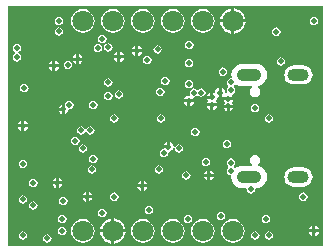
<source format=gbr>
%TF.GenerationSoftware,Altium Limited,Altium Designer,19.0.15 (446)*%
G04 Layer_Physical_Order=3*
G04 Layer_Color=6711008*
%FSLAX45Y45*%
%MOMM*%
%TF.FileFunction,Copper,L3,Inr,Signal*%
%TF.Part,Single*%
G01*
G75*
%TA.AperFunction,ComponentPad*%
%ADD31C,1.80000*%
G04:AMPARAMS|DCode=32|XSize=1mm|YSize=1.8mm|CornerRadius=0.5mm|HoleSize=0mm|Usage=FLASHONLY|Rotation=90.000|XOffset=0mm|YOffset=0mm|HoleType=Round|Shape=RoundedRectangle|*
%AMROUNDEDRECTD32*
21,1,1.00000,0.80000,0,0,90.0*
21,1,0.00000,1.80000,0,0,90.0*
1,1,1.00000,0.40000,0.00000*
1,1,1.00000,0.40000,0.00000*
1,1,1.00000,-0.40000,0.00000*
1,1,1.00000,-0.40000,0.00000*
%
%ADD32ROUNDEDRECTD32*%
G04:AMPARAMS|DCode=33|XSize=1mm|YSize=2.1mm|CornerRadius=0.5mm|HoleSize=0mm|Usage=FLASHONLY|Rotation=90.000|XOffset=0mm|YOffset=0mm|HoleType=Round|Shape=RoundedRectangle|*
%AMROUNDEDRECTD33*
21,1,1.00000,1.10000,0,0,90.0*
21,1,0.00000,2.10000,0,0,90.0*
1,1,1.00000,0.55000,0.00000*
1,1,1.00000,0.55000,0.00000*
1,1,1.00000,-0.55000,0.00000*
1,1,1.00000,-0.55000,0.00000*
%
%ADD33ROUNDEDRECTD33*%
%TA.AperFunction,ViaPad*%
%ADD34C,0.50000*%
G36*
X11938000Y5207000D02*
X9271000D01*
Y7239000D01*
X11938000D01*
Y5207000D01*
D02*
G37*
%LPC*%
G36*
X11188700Y7219260D02*
Y7124700D01*
X11283260D01*
X11281220Y7140193D01*
X11270338Y7166466D01*
X11253026Y7189026D01*
X11230466Y7206338D01*
X11204193Y7217220D01*
X11188700Y7219260D01*
D02*
G37*
G36*
X11163300D02*
X11147807Y7217220D01*
X11121534Y7206338D01*
X11098974Y7189026D01*
X11081662Y7166466D01*
X11070780Y7140193D01*
X11068740Y7124700D01*
X11163300D01*
Y7219260D01*
D02*
G37*
G36*
X11861800Y7147686D02*
X11848144Y7144969D01*
X11836566Y7137234D01*
X11828831Y7125656D01*
X11826114Y7112000D01*
X11828831Y7098344D01*
X11836566Y7086766D01*
X11848144Y7079031D01*
X11861800Y7076314D01*
X11875456Y7079031D01*
X11887034Y7086766D01*
X11894769Y7098344D01*
X11897486Y7112000D01*
X11894769Y7125656D01*
X11887034Y7137234D01*
X11875456Y7144969D01*
X11861800Y7147686D01*
D02*
G37*
G36*
X9702800D02*
X9689144Y7144969D01*
X9677566Y7137234D01*
X9669831Y7125656D01*
X9667114Y7112000D01*
X9669831Y7098344D01*
X9677566Y7086766D01*
X9689144Y7079031D01*
X9702800Y7076314D01*
X9716456Y7079031D01*
X9728034Y7086766D01*
X9735769Y7098344D01*
X9738486Y7112000D01*
X9735769Y7125656D01*
X9728034Y7137234D01*
X9716456Y7144969D01*
X9702800Y7147686D01*
D02*
G37*
G36*
X10922000Y7212863D02*
X10895895Y7209426D01*
X10871569Y7199350D01*
X10850679Y7183321D01*
X10834650Y7162431D01*
X10824574Y7138105D01*
X10821137Y7112000D01*
X10824574Y7085895D01*
X10834650Y7061569D01*
X10850679Y7040679D01*
X10871569Y7024650D01*
X10895895Y7014574D01*
X10922000Y7011137D01*
X10948105Y7014574D01*
X10972431Y7024650D01*
X10993321Y7040679D01*
X11009350Y7061569D01*
X11019426Y7085895D01*
X11022863Y7112000D01*
X11019426Y7138105D01*
X11009350Y7162431D01*
X10993321Y7183321D01*
X10972431Y7199350D01*
X10948105Y7209426D01*
X10922000Y7212863D01*
D02*
G37*
G36*
X10668000D02*
X10641895Y7209426D01*
X10617569Y7199350D01*
X10596679Y7183321D01*
X10580650Y7162431D01*
X10570574Y7138105D01*
X10567137Y7112000D01*
X10570574Y7085895D01*
X10580650Y7061569D01*
X10596679Y7040679D01*
X10617569Y7024650D01*
X10641895Y7014574D01*
X10668000Y7011137D01*
X10694105Y7014574D01*
X10718431Y7024650D01*
X10739321Y7040679D01*
X10755350Y7061569D01*
X10765426Y7085895D01*
X10768863Y7112000D01*
X10765426Y7138105D01*
X10755350Y7162431D01*
X10739321Y7183321D01*
X10718431Y7199350D01*
X10694105Y7209426D01*
X10668000Y7212863D01*
D02*
G37*
G36*
X10414000D02*
X10387895Y7209426D01*
X10363569Y7199350D01*
X10342679Y7183321D01*
X10326650Y7162431D01*
X10316574Y7138105D01*
X10313137Y7112000D01*
X10316574Y7085895D01*
X10326650Y7061569D01*
X10342679Y7040679D01*
X10363569Y7024650D01*
X10387895Y7014574D01*
X10414000Y7011137D01*
X10440105Y7014574D01*
X10464431Y7024650D01*
X10485321Y7040679D01*
X10501350Y7061569D01*
X10511426Y7085895D01*
X10514863Y7112000D01*
X10511426Y7138105D01*
X10501350Y7162431D01*
X10485321Y7183321D01*
X10464431Y7199350D01*
X10440105Y7209426D01*
X10414000Y7212863D01*
D02*
G37*
G36*
X10160000D02*
X10133895Y7209426D01*
X10109569Y7199350D01*
X10088679Y7183321D01*
X10072650Y7162431D01*
X10062574Y7138105D01*
X10059137Y7112000D01*
X10062574Y7085895D01*
X10072650Y7061569D01*
X10088679Y7040679D01*
X10109569Y7024650D01*
X10133895Y7014574D01*
X10160000Y7011137D01*
X10186105Y7014574D01*
X10210431Y7024650D01*
X10231321Y7040679D01*
X10247350Y7061569D01*
X10257426Y7085895D01*
X10260863Y7112000D01*
X10257426Y7138105D01*
X10247350Y7162431D01*
X10231321Y7183321D01*
X10210431Y7199350D01*
X10186105Y7209426D01*
X10160000Y7212863D01*
D02*
G37*
G36*
X9906000D02*
X9879895Y7209426D01*
X9855569Y7199350D01*
X9834679Y7183321D01*
X9818650Y7162431D01*
X9808574Y7138105D01*
X9805137Y7112000D01*
X9808574Y7085895D01*
X9818650Y7061569D01*
X9834679Y7040679D01*
X9855569Y7024650D01*
X9879895Y7014574D01*
X9906000Y7011137D01*
X9932105Y7014574D01*
X9956431Y7024650D01*
X9977321Y7040679D01*
X9993350Y7061569D01*
X10003426Y7085895D01*
X10006863Y7112000D01*
X10003426Y7138105D01*
X9993350Y7162431D01*
X9977321Y7183321D01*
X9956431Y7199350D01*
X9932105Y7209426D01*
X9906000Y7212863D01*
D02*
G37*
G36*
X11283260Y7099300D02*
X11188700D01*
Y7004740D01*
X11204193Y7006780D01*
X11230466Y7017662D01*
X11253026Y7034974D01*
X11270338Y7057534D01*
X11281220Y7083807D01*
X11283260Y7099300D01*
D02*
G37*
G36*
X11163300D02*
X11068740D01*
X11070780Y7083807D01*
X11081662Y7057534D01*
X11098974Y7034974D01*
X11121534Y7017662D01*
X11147807Y7006780D01*
X11163300Y7004740D01*
Y7099300D01*
D02*
G37*
G36*
X9702800Y7058786D02*
X9689144Y7056069D01*
X9677566Y7048334D01*
X9669831Y7036756D01*
X9667114Y7023100D01*
X9669831Y7009444D01*
X9677566Y6997866D01*
X9689144Y6990131D01*
X9702800Y6987414D01*
X9716456Y6990131D01*
X9728034Y6997866D01*
X9735769Y7009444D01*
X9738486Y7023100D01*
X9735769Y7036756D01*
X9728034Y7048334D01*
X9716456Y7056069D01*
X9702800Y7058786D01*
D02*
G37*
G36*
X11544300Y7057286D02*
X11530644Y7054569D01*
X11519066Y7046834D01*
X11511331Y7035256D01*
X11508614Y7021600D01*
X11511331Y7007944D01*
X11519066Y6996367D01*
X11530644Y6988631D01*
X11544300Y6985914D01*
X11557956Y6988631D01*
X11569534Y6996367D01*
X11577269Y7007944D01*
X11579986Y7021600D01*
X11577269Y7035256D01*
X11569534Y7046834D01*
X11557956Y7054569D01*
X11544300Y7057286D01*
D02*
G37*
G36*
X10071100Y6995286D02*
X10057444Y6992569D01*
X10045866Y6984834D01*
X10038131Y6973256D01*
X10035414Y6959600D01*
X10038131Y6945944D01*
X10045866Y6934366D01*
X10057444Y6926631D01*
X10071100Y6923914D01*
X10084756Y6926631D01*
X10096334Y6934366D01*
X10104069Y6945944D01*
X10106786Y6959600D01*
X10104069Y6973256D01*
X10096334Y6984834D01*
X10084756Y6992569D01*
X10071100Y6995286D01*
D02*
G37*
G36*
X10807700Y6944486D02*
X10794044Y6941769D01*
X10782466Y6934034D01*
X10774731Y6922456D01*
X10772014Y6908800D01*
X10774731Y6895144D01*
X10782466Y6883566D01*
X10794044Y6875831D01*
X10807700Y6873114D01*
X10821356Y6875831D01*
X10832934Y6883566D01*
X10840669Y6895144D01*
X10843386Y6908800D01*
X10840669Y6922456D01*
X10832934Y6934034D01*
X10821356Y6941769D01*
X10807700Y6944486D01*
D02*
G37*
G36*
X10375900Y6899316D02*
Y6870700D01*
X10404516D01*
X10403705Y6874778D01*
X10394201Y6889001D01*
X10379978Y6898505D01*
X10375900Y6899316D01*
D02*
G37*
G36*
X10350500D02*
X10346422Y6898505D01*
X10332199Y6889001D01*
X10322695Y6874778D01*
X10321884Y6870700D01*
X10350500D01*
Y6899316D01*
D02*
G37*
G36*
X10121900Y6923690D02*
X10108244Y6920974D01*
X10096666Y6913238D01*
X10088931Y6901661D01*
X10086214Y6888005D01*
X10088931Y6874348D01*
X10096666Y6862771D01*
X10108244Y6855035D01*
X10121900Y6852319D01*
X10135556Y6855035D01*
X10147134Y6862771D01*
X10154869Y6874348D01*
X10157586Y6888005D01*
X10154869Y6901661D01*
X10147134Y6913238D01*
X10135556Y6920974D01*
X10121900Y6923690D01*
D02*
G37*
G36*
X10033000Y6919086D02*
X10019344Y6916369D01*
X10007766Y6908634D01*
X10000031Y6897056D01*
X9997314Y6883400D01*
X10000031Y6869744D01*
X10007766Y6858166D01*
X10019344Y6850431D01*
X10033000Y6847714D01*
X10046656Y6850431D01*
X10058234Y6858166D01*
X10065969Y6869744D01*
X10068686Y6883400D01*
X10065969Y6897056D01*
X10058234Y6908634D01*
X10046656Y6916369D01*
X10033000Y6919086D01*
D02*
G37*
G36*
X10538070Y6906386D02*
X10524413Y6903669D01*
X10512836Y6895934D01*
X10505100Y6884356D01*
X10502384Y6870700D01*
X10505100Y6857044D01*
X10512836Y6845466D01*
X10524413Y6837731D01*
X10538070Y6835014D01*
X10551726Y6837731D01*
X10563303Y6845466D01*
X10571039Y6857044D01*
X10573755Y6870700D01*
X10571039Y6884356D01*
X10563303Y6895934D01*
X10551726Y6903669D01*
X10538070Y6906386D01*
D02*
G37*
G36*
X10223500Y6848516D02*
Y6819900D01*
X10252116D01*
X10251305Y6823978D01*
X10241801Y6838201D01*
X10227578Y6847705D01*
X10223500Y6848516D01*
D02*
G37*
G36*
X10198100D02*
X10194022Y6847705D01*
X10179799Y6838201D01*
X10170295Y6823978D01*
X10169484Y6819900D01*
X10198100D01*
Y6848516D01*
D02*
G37*
G36*
X10404516Y6845300D02*
X10375900D01*
Y6816684D01*
X10379978Y6817495D01*
X10394201Y6826999D01*
X10403705Y6841222D01*
X10404516Y6845300D01*
D02*
G37*
G36*
X10350500D02*
X10321884D01*
X10322695Y6841222D01*
X10332199Y6826999D01*
X10346422Y6817495D01*
X10350500Y6816684D01*
Y6845300D01*
D02*
G37*
G36*
X9873389Y6830327D02*
Y6801711D01*
X9902005D01*
X9901194Y6805789D01*
X9891690Y6820012D01*
X9877467Y6829516D01*
X9873389Y6830327D01*
D02*
G37*
G36*
X9847989D02*
X9843911Y6829516D01*
X9829688Y6820012D01*
X9820184Y6805789D01*
X9819373Y6801711D01*
X9847989D01*
Y6830327D01*
D02*
G37*
G36*
X9347200Y6919086D02*
X9333544Y6916369D01*
X9321966Y6908634D01*
X9314231Y6897056D01*
X9311514Y6883400D01*
X9314231Y6869744D01*
X9321966Y6858166D01*
X9333544Y6850431D01*
X9334506Y6850239D01*
Y6837291D01*
X9333544Y6837099D01*
X9321966Y6829364D01*
X9314231Y6817786D01*
X9311514Y6804130D01*
X9314231Y6790474D01*
X9321966Y6778896D01*
X9333544Y6771161D01*
X9347200Y6768444D01*
X9360856Y6771161D01*
X9372434Y6778896D01*
X9380169Y6790474D01*
X9382886Y6804130D01*
X9380169Y6817786D01*
X9372434Y6829364D01*
X9360856Y6837099D01*
X9359894Y6837291D01*
Y6850239D01*
X9360856Y6850431D01*
X9372434Y6858166D01*
X9380169Y6869744D01*
X9382886Y6883400D01*
X9380169Y6897056D01*
X9372434Y6908634D01*
X9360856Y6916369D01*
X9347200Y6919086D01*
D02*
G37*
G36*
X10252116Y6794500D02*
X10223500D01*
Y6765884D01*
X10227578Y6766695D01*
X10241801Y6776199D01*
X10251305Y6790422D01*
X10252116Y6794500D01*
D02*
G37*
G36*
X10198100D02*
X10169484D01*
X10170295Y6790422D01*
X10179799Y6776199D01*
X10194022Y6766695D01*
X10198100Y6765884D01*
Y6794500D01*
D02*
G37*
G36*
X9902005Y6776311D02*
X9873389D01*
Y6747695D01*
X9877467Y6748506D01*
X9891690Y6758010D01*
X9901194Y6772233D01*
X9902005Y6776311D01*
D02*
G37*
G36*
X9847989D02*
X9819373D01*
X9820184Y6772233D01*
X9829688Y6758010D01*
X9843911Y6748506D01*
X9847989Y6747695D01*
Y6776311D01*
D02*
G37*
G36*
X10452100Y6817486D02*
X10438444Y6814769D01*
X10426866Y6807034D01*
X10419131Y6795456D01*
X10416414Y6781800D01*
X10419131Y6768144D01*
X10426866Y6756566D01*
X10438444Y6748831D01*
X10452100Y6746114D01*
X10465756Y6748831D01*
X10477334Y6756566D01*
X10485069Y6768144D01*
X10487786Y6781800D01*
X10485069Y6795456D01*
X10477334Y6807034D01*
X10465756Y6814769D01*
X10452100Y6817486D01*
D02*
G37*
G36*
X9673957Y6772316D02*
Y6743700D01*
X9702573D01*
X9701762Y6747778D01*
X9692258Y6762001D01*
X9678035Y6771505D01*
X9673957Y6772316D01*
D02*
G37*
G36*
X9648557D02*
X9644480Y6771505D01*
X9630256Y6762001D01*
X9620752Y6747778D01*
X9619941Y6743700D01*
X9648557D01*
Y6772316D01*
D02*
G37*
G36*
X11582400Y6804786D02*
X11568744Y6802069D01*
X11557166Y6794334D01*
X11549431Y6782756D01*
X11546714Y6769100D01*
X11549431Y6755444D01*
X11557166Y6743866D01*
X11568744Y6736131D01*
X11582400Y6733414D01*
X11596056Y6736131D01*
X11607634Y6743866D01*
X11615369Y6755444D01*
X11618086Y6769100D01*
X11615369Y6782756D01*
X11607634Y6794334D01*
X11596056Y6802069D01*
X11582400Y6804786D01*
D02*
G37*
G36*
X10803700Y6792086D02*
X10790044Y6789369D01*
X10778466Y6781634D01*
X10770731Y6770056D01*
X10768014Y6756400D01*
X10770731Y6742744D01*
X10778466Y6731166D01*
X10790044Y6723431D01*
X10803700Y6720714D01*
X10817356Y6723431D01*
X10828934Y6731166D01*
X10836669Y6742744D01*
X10839386Y6756400D01*
X10836669Y6770056D01*
X10828934Y6781634D01*
X10817356Y6789369D01*
X10803700Y6792086D01*
D02*
G37*
G36*
X9779000Y6777331D02*
X9765344Y6774615D01*
X9753766Y6766879D01*
X9746031Y6755302D01*
X9743314Y6741645D01*
X9746031Y6727989D01*
X9753766Y6716412D01*
X9765344Y6708676D01*
X9779000Y6705960D01*
X9792656Y6708676D01*
X9804234Y6716412D01*
X9811969Y6727989D01*
X9814686Y6741645D01*
X9811969Y6755302D01*
X9804234Y6766879D01*
X9792656Y6774615D01*
X9779000Y6777331D01*
D02*
G37*
G36*
X9702573Y6718300D02*
X9673957D01*
Y6689684D01*
X9678035Y6690495D01*
X9692258Y6699999D01*
X9701762Y6714222D01*
X9702573Y6718300D01*
D02*
G37*
G36*
X9648557D02*
X9619941D01*
X9620752Y6714222D01*
X9630256Y6699999D01*
X9644480Y6690495D01*
X9648557Y6689684D01*
Y6718300D01*
D02*
G37*
G36*
X11090000Y6718630D02*
X11076344Y6715914D01*
X11064767Y6708178D01*
X11057031Y6696601D01*
X11054314Y6682944D01*
X11057031Y6669288D01*
X11064767Y6657711D01*
X11076344Y6649975D01*
X11090000Y6647259D01*
X11103656Y6649975D01*
X11115234Y6657711D01*
X11122969Y6669288D01*
X11125686Y6682944D01*
X11122969Y6696601D01*
X11115234Y6708178D01*
X11103656Y6715914D01*
X11090000Y6718630D01*
D02*
G37*
G36*
X11771250Y6735690D02*
X11691250D01*
X11670366Y6732941D01*
X11650905Y6724880D01*
X11634193Y6712056D01*
X11621370Y6695345D01*
X11613309Y6675884D01*
X11610560Y6655000D01*
X11613309Y6634116D01*
X11621370Y6614655D01*
X11634193Y6597943D01*
X11650905Y6585120D01*
X11670366Y6577059D01*
X11691250Y6574310D01*
X11771250D01*
X11792134Y6577059D01*
X11811595Y6585120D01*
X11828306Y6597943D01*
X11841129Y6614655D01*
X11849190Y6634116D01*
X11851940Y6655000D01*
X11849190Y6675884D01*
X11841129Y6695345D01*
X11828306Y6712056D01*
X11811595Y6724880D01*
X11792134Y6732941D01*
X11771250Y6735690D01*
D02*
G37*
G36*
X10604500Y6639686D02*
X10590844Y6636969D01*
X10579266Y6629234D01*
X10571531Y6617656D01*
X10568814Y6604000D01*
X10571531Y6590344D01*
X10579266Y6578766D01*
X10590844Y6571031D01*
X10604500Y6568314D01*
X10618156Y6571031D01*
X10629734Y6578766D01*
X10637469Y6590344D01*
X10640186Y6604000D01*
X10637469Y6617656D01*
X10629734Y6629234D01*
X10618156Y6636969D01*
X10604500Y6639686D01*
D02*
G37*
G36*
X10121900Y6626986D02*
X10108244Y6624269D01*
X10096666Y6616534D01*
X10088931Y6604956D01*
X10086214Y6591300D01*
X10088931Y6577644D01*
X10096666Y6566066D01*
X10108244Y6558331D01*
X10121900Y6555614D01*
X10135556Y6558331D01*
X10147134Y6566066D01*
X10154869Y6577644D01*
X10157586Y6591300D01*
X10154869Y6604956D01*
X10147134Y6616534D01*
X10135556Y6624269D01*
X10121900Y6626986D01*
D02*
G37*
G36*
X10803700Y6614286D02*
X10790044Y6611569D01*
X10778466Y6603834D01*
X10770731Y6592256D01*
X10768014Y6578600D01*
X10770731Y6564944D01*
X10778466Y6553366D01*
X10790044Y6545631D01*
X10803700Y6542914D01*
X10817356Y6545631D01*
X10828934Y6553366D01*
X10836669Y6564944D01*
X10839386Y6578600D01*
X10836669Y6592256D01*
X10828934Y6603834D01*
X10817356Y6611569D01*
X10803700Y6614286D01*
D02*
G37*
G36*
X10909300Y6541854D02*
X10895644Y6539137D01*
X10884066Y6531401D01*
X10883900Y6531153D01*
X10871200D01*
X10871034Y6531401D01*
X10859456Y6539137D01*
X10845800Y6541854D01*
X10832144Y6539137D01*
X10820566Y6531401D01*
X10812831Y6519824D01*
X10810114Y6506168D01*
X10812831Y6492512D01*
X10814862Y6489471D01*
X10807225Y6478041D01*
X10803700Y6478742D01*
X10786922Y6475405D01*
X10772699Y6465901D01*
X10763195Y6451678D01*
X10762384Y6447600D01*
X10845016D01*
X10844205Y6451678D01*
X10839448Y6458797D01*
X10845800Y6470482D01*
X10859456Y6473199D01*
X10871034Y6480934D01*
X10871200Y6481183D01*
X10883900D01*
X10884066Y6480934D01*
X10895644Y6473199D01*
X10909300Y6470482D01*
X10922956Y6473199D01*
X10934534Y6480934D01*
X10942269Y6492512D01*
X10944986Y6506168D01*
X10942269Y6519824D01*
X10934534Y6531401D01*
X10922956Y6539137D01*
X10909300Y6541854D01*
D02*
G37*
G36*
X9410700Y6578686D02*
X9397044Y6575969D01*
X9385466Y6568234D01*
X9377731Y6556656D01*
X9375014Y6543000D01*
X9377731Y6529344D01*
X9385466Y6517766D01*
X9397044Y6510031D01*
X9410700Y6507314D01*
X9424356Y6510031D01*
X9435934Y6517766D01*
X9443669Y6529344D01*
X9446386Y6543000D01*
X9443669Y6556656D01*
X9435934Y6568234D01*
X9424356Y6575969D01*
X9410700Y6578686D01*
D02*
G37*
G36*
X11055100Y6547484D02*
X11051022Y6546673D01*
X11036799Y6537169D01*
X11027295Y6522946D01*
X11025347Y6513151D01*
X11016072Y6505686D01*
X11011847Y6505428D01*
X11010900Y6505616D01*
Y6464300D01*
X10998200D01*
Y6451600D01*
X10956884D01*
X10957695Y6447522D01*
X10967199Y6433299D01*
Y6431801D01*
X10957695Y6417578D01*
X10956884Y6413500D01*
X11039516D01*
X11038705Y6417578D01*
X11029201Y6431801D01*
Y6433299D01*
X11038705Y6447522D01*
X11040653Y6457317D01*
X11049928Y6464782D01*
X11054153Y6465040D01*
X11055100Y6464852D01*
Y6506168D01*
Y6547484D01*
D02*
G37*
G36*
X10985500Y6505616D02*
X10981422Y6504805D01*
X10967199Y6495301D01*
X10957695Y6481078D01*
X10956884Y6477000D01*
X10985500D01*
Y6505616D01*
D02*
G37*
G36*
X10561660Y6547686D02*
X10548004Y6544969D01*
X10536426Y6537234D01*
X10528691Y6525656D01*
X10525974Y6512000D01*
X10528691Y6498344D01*
X10536426Y6486766D01*
X10548004Y6479031D01*
X10561660Y6476314D01*
X10575316Y6479031D01*
X10586893Y6486766D01*
X10594629Y6498344D01*
X10597346Y6512000D01*
X10594629Y6525656D01*
X10586893Y6537234D01*
X10575316Y6544969D01*
X10561660Y6547686D01*
D02*
G37*
G36*
X11368250Y6750819D02*
X11258250D01*
X11233450Y6747554D01*
X11210340Y6737982D01*
X11190496Y6722754D01*
X11175268Y6702910D01*
X11165695Y6679800D01*
X11162431Y6655000D01*
X11164533Y6639033D01*
X11160469Y6628234D01*
X11153962Y6625785D01*
X11146344Y6624269D01*
X11134766Y6616534D01*
X11127031Y6604956D01*
X11124314Y6591300D01*
X11127031Y6577644D01*
X11134766Y6566066D01*
X11135015Y6565900D01*
Y6553200D01*
X11134766Y6553034D01*
X11127031Y6541456D01*
X11124314Y6527800D01*
X11127031Y6514144D01*
X11128050Y6512619D01*
X11123295Y6498661D01*
X11123085Y6498594D01*
X11114080Y6504555D01*
X11111303Y6507875D01*
X11108305Y6522946D01*
X11098801Y6537169D01*
X11084578Y6546673D01*
X11080500Y6547484D01*
Y6506168D01*
Y6464852D01*
X11084578Y6465663D01*
X11086358Y6464300D01*
X11179216D01*
X11178405Y6468378D01*
X11169883Y6481131D01*
X11171145Y6488547D01*
X11173503Y6494800D01*
X11173656Y6494831D01*
X11185234Y6502566D01*
X11192969Y6514144D01*
X11195686Y6527800D01*
X11192969Y6541456D01*
X11185234Y6553034D01*
X11184985Y6553200D01*
Y6565900D01*
X11185234Y6566066D01*
X11189301Y6572154D01*
X11204678Y6576363D01*
X11210340Y6572018D01*
X11233450Y6562445D01*
X11258250Y6559180D01*
X11334503D01*
X11338355Y6546480D01*
X11332609Y6542641D01*
X11323216Y6528583D01*
X11319917Y6512000D01*
X11323216Y6495417D01*
X11332609Y6481359D01*
X11346667Y6471966D01*
X11363250Y6468667D01*
X11379832Y6471966D01*
X11393891Y6481359D01*
X11403284Y6495417D01*
X11406582Y6512000D01*
X11403284Y6528583D01*
X11393891Y6542641D01*
X11385007Y6548577D01*
X11388088Y6561792D01*
X11393050Y6562445D01*
X11416160Y6572018D01*
X11436004Y6587245D01*
X11451232Y6607090D01*
X11460804Y6630200D01*
X11464069Y6655000D01*
X11460804Y6679800D01*
X11451232Y6702910D01*
X11436004Y6722754D01*
X11416160Y6737982D01*
X11393050Y6747554D01*
X11368250Y6750819D01*
D02*
G37*
G36*
X10210800Y6525386D02*
X10197144Y6522669D01*
X10185566Y6514934D01*
X10177831Y6503356D01*
X10175114Y6489700D01*
X10177831Y6476044D01*
X10185566Y6464466D01*
X10197144Y6456731D01*
X10210800Y6454014D01*
X10224456Y6456731D01*
X10236034Y6464466D01*
X10243769Y6476044D01*
X10246486Y6489700D01*
X10243769Y6503356D01*
X10236034Y6514934D01*
X10224456Y6522669D01*
X10210800Y6525386D01*
D02*
G37*
G36*
X10121900Y6512686D02*
X10108244Y6509969D01*
X10096666Y6502234D01*
X10088931Y6490656D01*
X10086214Y6477000D01*
X10088931Y6463344D01*
X10096666Y6451766D01*
X10108244Y6444031D01*
X10121900Y6441314D01*
X10135556Y6444031D01*
X10147134Y6451766D01*
X10154869Y6463344D01*
X10157586Y6477000D01*
X10154869Y6490656D01*
X10147134Y6502234D01*
X10135556Y6509969D01*
X10121900Y6512686D01*
D02*
G37*
G36*
X9791700Y6436486D02*
X9778044Y6433769D01*
X9766466Y6426034D01*
X9758731Y6414456D01*
X9756538Y6403432D01*
X9753600Y6404016D01*
Y6362700D01*
Y6321384D01*
X9757678Y6322195D01*
X9771901Y6331699D01*
X9781405Y6345922D01*
X9782992Y6353898D01*
X9791700Y6365114D01*
X9805356Y6367831D01*
X9816934Y6375566D01*
X9824669Y6387144D01*
X9827386Y6400800D01*
X9824669Y6414456D01*
X9816934Y6426034D01*
X9805356Y6433769D01*
X9791700Y6436486D01*
D02*
G37*
G36*
X11179216Y6438900D02*
X11096584D01*
X11097395Y6434822D01*
X11106899Y6420599D01*
Y6419101D01*
X11097395Y6404878D01*
X11096584Y6400800D01*
X11179216D01*
X11178405Y6404878D01*
X11168901Y6419101D01*
Y6420599D01*
X11178405Y6434822D01*
X11179216Y6438900D01*
D02*
G37*
G36*
X10845016Y6422200D02*
X10816400D01*
Y6393584D01*
X10820478Y6394395D01*
X10834701Y6403899D01*
X10844205Y6418122D01*
X10845016Y6422200D01*
D02*
G37*
G36*
X10791000D02*
X10762384D01*
X10763195Y6418122D01*
X10772699Y6403899D01*
X10786922Y6394395D01*
X10791000Y6393584D01*
Y6422200D01*
D02*
G37*
G36*
X9728200Y6404016D02*
X9724122Y6403205D01*
X9709899Y6393701D01*
X9700395Y6379478D01*
X9699584Y6375400D01*
X9728200D01*
Y6404016D01*
D02*
G37*
G36*
X9994900Y6436486D02*
X9981244Y6433769D01*
X9969666Y6426034D01*
X9961931Y6414456D01*
X9959214Y6400800D01*
X9961931Y6387144D01*
X9969666Y6375566D01*
X9981244Y6367831D01*
X9994900Y6365114D01*
X10008556Y6367831D01*
X10020134Y6375566D01*
X10027869Y6387144D01*
X10030586Y6400800D01*
X10027869Y6414456D01*
X10020134Y6426034D01*
X10008556Y6433769D01*
X9994900Y6436486D01*
D02*
G37*
G36*
X11039516Y6388100D02*
X11010900D01*
Y6359484D01*
X11014978Y6360295D01*
X11029201Y6369799D01*
X11038705Y6384022D01*
X11039516Y6388100D01*
D02*
G37*
G36*
X10985500D02*
X10956884D01*
X10957695Y6384022D01*
X10967199Y6369799D01*
X10981422Y6360295D01*
X10985500Y6359484D01*
Y6388100D01*
D02*
G37*
G36*
X11179216Y6375400D02*
X11150600D01*
Y6346784D01*
X11154678Y6347595D01*
X11168901Y6357099D01*
X11178405Y6371322D01*
X11179216Y6375400D01*
D02*
G37*
G36*
X11125200D02*
X11096584D01*
X11097395Y6371322D01*
X11106899Y6357099D01*
X11121122Y6347595D01*
X11125200Y6346784D01*
Y6375400D01*
D02*
G37*
G36*
X11363250Y6411086D02*
X11349594Y6408369D01*
X11338016Y6400634D01*
X11330281Y6389056D01*
X11327564Y6375400D01*
X11330281Y6361744D01*
X11338016Y6350166D01*
X11349594Y6342431D01*
X11363250Y6339714D01*
X11376906Y6342431D01*
X11388483Y6350166D01*
X11396219Y6361744D01*
X11398936Y6375400D01*
X11396219Y6389056D01*
X11388483Y6400634D01*
X11376906Y6408369D01*
X11363250Y6411086D01*
D02*
G37*
G36*
X9728200Y6350000D02*
X9699584D01*
X9700395Y6345922D01*
X9709899Y6331699D01*
X9724122Y6322195D01*
X9728200Y6321384D01*
Y6350000D01*
D02*
G37*
G36*
X11480800Y6322186D02*
X11467144Y6319469D01*
X11455566Y6311734D01*
X11447831Y6300156D01*
X11445114Y6286500D01*
X11447831Y6272844D01*
X11455566Y6261266D01*
X11467144Y6253531D01*
X11480800Y6250814D01*
X11494456Y6253531D01*
X11506034Y6261266D01*
X11513769Y6272844D01*
X11516486Y6286500D01*
X11513769Y6300156D01*
X11506034Y6311734D01*
X11494456Y6319469D01*
X11480800Y6322186D01*
D02*
G37*
G36*
X10566400D02*
X10552744Y6319469D01*
X10541166Y6311734D01*
X10533431Y6300156D01*
X10530714Y6286500D01*
X10533431Y6272844D01*
X10541166Y6261266D01*
X10552744Y6253531D01*
X10566400Y6250814D01*
X10580056Y6253531D01*
X10591634Y6261266D01*
X10599369Y6272844D01*
X10602086Y6286500D01*
X10599369Y6300156D01*
X10591634Y6311734D01*
X10580056Y6319469D01*
X10566400Y6322186D01*
D02*
G37*
G36*
X10172700D02*
X10159044Y6319469D01*
X10147466Y6311734D01*
X10139731Y6300156D01*
X10137014Y6286500D01*
X10139731Y6272844D01*
X10147466Y6261266D01*
X10159044Y6253531D01*
X10172700Y6250814D01*
X10186356Y6253531D01*
X10197934Y6261266D01*
X10205669Y6272844D01*
X10208386Y6286500D01*
X10205669Y6300156D01*
X10197934Y6311734D01*
X10186356Y6319469D01*
X10172700Y6322186D01*
D02*
G37*
G36*
X9410700Y6264316D02*
Y6235700D01*
X9439316D01*
X9438505Y6239778D01*
X9429001Y6254001D01*
X9414778Y6263505D01*
X9410700Y6264316D01*
D02*
G37*
G36*
X9385300D02*
X9381222Y6263505D01*
X9366999Y6254001D01*
X9357495Y6239778D01*
X9356684Y6235700D01*
X9385300D01*
Y6264316D01*
D02*
G37*
G36*
X9969500Y6220586D02*
X9955844Y6217869D01*
X9944266Y6210134D01*
X9938456Y6201437D01*
X9934570Y6200519D01*
X9928230D01*
X9924344Y6201437D01*
X9918534Y6210134D01*
X9906956Y6217869D01*
X9893300Y6220586D01*
X9879644Y6217869D01*
X9868066Y6210134D01*
X9860331Y6198556D01*
X9857614Y6184900D01*
X9860331Y6171244D01*
X9868066Y6159666D01*
X9879644Y6151931D01*
X9893300Y6149214D01*
X9906956Y6151931D01*
X9918534Y6159666D01*
X9924344Y6168363D01*
X9928230Y6169281D01*
X9934570D01*
X9938456Y6168363D01*
X9944266Y6159666D01*
X9955844Y6151931D01*
X9969500Y6149214D01*
X9983156Y6151931D01*
X9994734Y6159666D01*
X10002469Y6171244D01*
X10005186Y6184900D01*
X10002469Y6198556D01*
X9994734Y6210134D01*
X9983156Y6217869D01*
X9969500Y6220586D01*
D02*
G37*
G36*
X9439316Y6210300D02*
X9410700D01*
Y6181684D01*
X9414778Y6182495D01*
X9429001Y6191999D01*
X9438505Y6206222D01*
X9439316Y6210300D01*
D02*
G37*
G36*
X9385300D02*
X9356684D01*
X9357495Y6206222D01*
X9366999Y6191999D01*
X9381222Y6182495D01*
X9385300Y6181684D01*
Y6210300D01*
D02*
G37*
G36*
X10858500Y6207886D02*
X10844844Y6205169D01*
X10833266Y6197434D01*
X10825531Y6185856D01*
X10822814Y6172200D01*
X10825531Y6158544D01*
X10833266Y6146966D01*
X10844844Y6139231D01*
X10858500Y6136514D01*
X10872156Y6139231D01*
X10883734Y6146966D01*
X10891469Y6158544D01*
X10894186Y6172200D01*
X10891469Y6185856D01*
X10883734Y6197434D01*
X10872156Y6205169D01*
X10858500Y6207886D01*
D02*
G37*
G36*
X9842500Y6133686D02*
X9828844Y6130969D01*
X9817266Y6123234D01*
X9809531Y6111656D01*
X9806814Y6098000D01*
X9809531Y6084344D01*
X9817266Y6072766D01*
X9828844Y6065031D01*
X9842500Y6062314D01*
X9856156Y6065031D01*
X9867734Y6072766D01*
X9875469Y6084344D01*
X9878186Y6098000D01*
X9875469Y6111656D01*
X9867734Y6123234D01*
X9856156Y6130969D01*
X9842500Y6133686D01*
D02*
G37*
G36*
X10617200Y6089316D02*
X10613122Y6088505D01*
X10598899Y6079001D01*
X10589395Y6064778D01*
X10588584Y6060700D01*
X10617200D01*
Y6089316D01*
D02*
G37*
G36*
X11125200Y6106286D02*
X11111544Y6103569D01*
X11099966Y6095834D01*
X11092231Y6084256D01*
X11089514Y6070600D01*
X11092231Y6056944D01*
X11099966Y6045366D01*
X11111544Y6037631D01*
X11125200Y6034914D01*
X11138856Y6037631D01*
X11150434Y6045366D01*
X11158169Y6056944D01*
X11160886Y6070600D01*
X11158169Y6084256D01*
X11150434Y6095834D01*
X11138856Y6103569D01*
X11125200Y6106286D01*
D02*
G37*
G36*
X10642600Y6089316D02*
Y6048000D01*
X10629900D01*
Y6035300D01*
X10588584D01*
X10589395Y6031223D01*
X10588666Y6029462D01*
X10578144Y6027369D01*
X10566566Y6019634D01*
X10558831Y6008056D01*
X10556114Y5994400D01*
X10558831Y5980744D01*
X10566566Y5969166D01*
X10578144Y5961431D01*
X10591800Y5958714D01*
X10605456Y5961431D01*
X10617034Y5969166D01*
X10624769Y5980744D01*
X10627486Y5994400D01*
X10638167Y6005802D01*
X10646678Y6007495D01*
X10660901Y6016999D01*
X10670405Y6031222D01*
X10670905Y6033736D01*
X10683114Y6032500D01*
X10685831Y6018844D01*
X10693566Y6007266D01*
X10705144Y5999531D01*
X10718800Y5996814D01*
X10732456Y5999531D01*
X10744034Y6007266D01*
X10751769Y6018844D01*
X10754486Y6032500D01*
X10751769Y6046156D01*
X10744034Y6057734D01*
X10732456Y6065469D01*
X10718800Y6068186D01*
X10705144Y6065469D01*
X10693566Y6057734D01*
X10685831Y6046157D01*
X10673742Y6048000D01*
X10670405Y6064778D01*
X10660901Y6079001D01*
X10646678Y6088505D01*
X10642600Y6089316D01*
D02*
G37*
G36*
X9906000Y6068186D02*
X9892344Y6065469D01*
X9880766Y6057734D01*
X9873031Y6046156D01*
X9870314Y6032500D01*
X9873031Y6018844D01*
X9880766Y6007266D01*
X9892344Y5999531D01*
X9906000Y5996814D01*
X9919656Y5999531D01*
X9931234Y6007266D01*
X9938969Y6018844D01*
X9941686Y6032500D01*
X9938969Y6046156D01*
X9931234Y6057734D01*
X9919656Y6065469D01*
X9906000Y6068186D01*
D02*
G37*
G36*
X9994900Y5979286D02*
X9981244Y5976569D01*
X9969666Y5968834D01*
X9961931Y5957256D01*
X9959214Y5943600D01*
X9961931Y5929944D01*
X9969666Y5918366D01*
X9981244Y5910631D01*
X9994900Y5907914D01*
X10008556Y5910631D01*
X10020134Y5918366D01*
X10027869Y5929944D01*
X10030586Y5943600D01*
X10027869Y5957256D01*
X10020134Y5968834D01*
X10008556Y5976569D01*
X9994900Y5979286D01*
D02*
G37*
G36*
X10947400Y5952286D02*
X10933744Y5949569D01*
X10922166Y5941834D01*
X10914431Y5930256D01*
X10911714Y5916600D01*
X10914431Y5902944D01*
X10922166Y5891366D01*
X10933744Y5883631D01*
X10947400Y5880914D01*
X10961056Y5883631D01*
X10972634Y5891366D01*
X10980369Y5902944D01*
X10983086Y5916600D01*
X10980369Y5930256D01*
X10972634Y5941834D01*
X10961056Y5949569D01*
X10947400Y5952286D01*
D02*
G37*
G36*
X9398000Y5938686D02*
X9384344Y5935969D01*
X9372766Y5928234D01*
X9365031Y5916656D01*
X9362314Y5903000D01*
X9365031Y5889344D01*
X9372766Y5877767D01*
X9384344Y5870031D01*
X9398000Y5867314D01*
X9411656Y5870031D01*
X9423234Y5877767D01*
X9430969Y5889344D01*
X9433686Y5903000D01*
X9430969Y5916656D01*
X9423234Y5928234D01*
X9411656Y5935969D01*
X9398000Y5938686D01*
D02*
G37*
G36*
X11363250Y5977333D02*
X11346667Y5974034D01*
X11332609Y5964641D01*
X11323216Y5950583D01*
X11319917Y5934000D01*
X11323216Y5917417D01*
X11332609Y5903359D01*
X11338355Y5899520D01*
X11334503Y5886820D01*
X11258250D01*
X11233450Y5883555D01*
X11210340Y5873982D01*
X11198132Y5864614D01*
X11185601Y5866683D01*
X11185234Y5867234D01*
X11181899Y5869462D01*
Y5884736D01*
X11185234Y5886964D01*
X11192969Y5898542D01*
X11195686Y5912198D01*
X11192969Y5925854D01*
X11185234Y5937432D01*
X11173656Y5945167D01*
X11160000Y5947884D01*
X11146344Y5945167D01*
X11134766Y5937432D01*
X11127031Y5925854D01*
X11124314Y5912198D01*
X11127031Y5898542D01*
X11134766Y5886964D01*
X11138101Y5884736D01*
Y5869462D01*
X11134766Y5867234D01*
X11127031Y5855656D01*
X11124314Y5842000D01*
X11127031Y5828344D01*
X11134766Y5816766D01*
X11146344Y5809031D01*
X11160000Y5806314D01*
X11163959Y5802607D01*
X11162431Y5791000D01*
X11165695Y5766200D01*
X11175268Y5743090D01*
X11190496Y5723246D01*
X11210340Y5708018D01*
X11233450Y5698446D01*
X11258250Y5695181D01*
X11285180D01*
X11292714Y5686000D01*
X11295431Y5672344D01*
X11303166Y5660767D01*
X11314744Y5653031D01*
X11328400Y5650315D01*
X11342056Y5653031D01*
X11353634Y5660767D01*
X11361369Y5672344D01*
X11364086Y5686000D01*
X11375031Y5696073D01*
X11393050Y5698446D01*
X11416160Y5708018D01*
X11436004Y5723246D01*
X11451232Y5743090D01*
X11460804Y5766200D01*
X11464069Y5791000D01*
X11460804Y5815800D01*
X11451232Y5838910D01*
X11436004Y5858755D01*
X11416160Y5873982D01*
X11393050Y5883555D01*
X11388088Y5884208D01*
X11385007Y5897423D01*
X11393891Y5903359D01*
X11403284Y5917417D01*
X11406582Y5934000D01*
X11403284Y5950583D01*
X11393891Y5964641D01*
X11379832Y5974034D01*
X11363250Y5977333D01*
D02*
G37*
G36*
X10548496Y5890386D02*
X10534839Y5887669D01*
X10523262Y5879934D01*
X10515527Y5868356D01*
X10512810Y5854700D01*
X10515527Y5841044D01*
X10523262Y5829466D01*
X10534839Y5821731D01*
X10548496Y5819014D01*
X10562152Y5821731D01*
X10573729Y5829466D01*
X10581465Y5841044D01*
X10584182Y5854700D01*
X10581465Y5868356D01*
X10573729Y5879934D01*
X10562152Y5887669D01*
X10548496Y5890386D01*
D02*
G37*
G36*
X9982200D02*
X9968544Y5887669D01*
X9956966Y5879934D01*
X9949231Y5868356D01*
X9946514Y5854700D01*
X9949231Y5841044D01*
X9956966Y5829466D01*
X9968544Y5821731D01*
X9982200Y5819014D01*
X9995856Y5821731D01*
X10007434Y5829466D01*
X10015169Y5841044D01*
X10017886Y5854700D01*
X10015169Y5868356D01*
X10007434Y5879934D01*
X9995856Y5887669D01*
X9982200Y5890386D01*
D02*
G37*
G36*
X10985500Y5845216D02*
Y5816600D01*
X11014116D01*
X11013305Y5820678D01*
X11003801Y5834901D01*
X10989578Y5844405D01*
X10985500Y5845216D01*
D02*
G37*
G36*
X10960100D02*
X10956022Y5844405D01*
X10941799Y5834901D01*
X10932295Y5820678D01*
X10931484Y5816600D01*
X10960100D01*
Y5845216D01*
D02*
G37*
G36*
X10782300Y5839586D02*
X10768644Y5836869D01*
X10757066Y5829134D01*
X10749331Y5817556D01*
X10746614Y5803900D01*
X10749331Y5790244D01*
X10757066Y5778666D01*
X10768644Y5770931D01*
X10782300Y5768214D01*
X10795956Y5770931D01*
X10807534Y5778666D01*
X10815269Y5790244D01*
X10817986Y5803900D01*
X10815269Y5817556D01*
X10807534Y5829134D01*
X10795956Y5836869D01*
X10782300Y5839586D01*
D02*
G37*
G36*
X11014116Y5791200D02*
X10985500D01*
Y5762584D01*
X10989578Y5763395D01*
X11003801Y5772899D01*
X11013305Y5787122D01*
X11014116Y5791200D01*
D02*
G37*
G36*
X10960100D02*
X10931484D01*
X10932295Y5787122D01*
X10941799Y5772899D01*
X10956022Y5763395D01*
X10960100Y5762584D01*
Y5791200D01*
D02*
G37*
G36*
X9702800Y5781716D02*
Y5753100D01*
X9731416D01*
X9730605Y5757178D01*
X9721101Y5771401D01*
X9706878Y5780905D01*
X9702800Y5781716D01*
D02*
G37*
G36*
X9677400D02*
X9673322Y5780905D01*
X9659099Y5771401D01*
X9649595Y5757178D01*
X9648784Y5753100D01*
X9677400D01*
Y5781716D01*
D02*
G37*
G36*
X10421722Y5757916D02*
Y5729300D01*
X10450339D01*
X10449527Y5733378D01*
X10440024Y5747601D01*
X10425800Y5757105D01*
X10421722Y5757916D01*
D02*
G37*
G36*
X10396322D02*
X10392245Y5757105D01*
X10378021Y5747601D01*
X10368517Y5733378D01*
X10367706Y5729300D01*
X10396322D01*
Y5757916D01*
D02*
G37*
G36*
X11771250Y5871690D02*
X11691250D01*
X11670366Y5868941D01*
X11650905Y5860880D01*
X11634193Y5848057D01*
X11621370Y5831345D01*
X11613309Y5811884D01*
X11610560Y5791000D01*
X11613309Y5770116D01*
X11621370Y5750655D01*
X11634193Y5733944D01*
X11650905Y5721120D01*
X11670366Y5713059D01*
X11691250Y5710310D01*
X11771250D01*
X11792134Y5713059D01*
X11811595Y5721120D01*
X11828306Y5733944D01*
X11841129Y5750655D01*
X11849190Y5770116D01*
X11851940Y5791000D01*
X11849190Y5811884D01*
X11841129Y5831345D01*
X11828306Y5848057D01*
X11811595Y5860880D01*
X11792134Y5868941D01*
X11771250Y5871690D01*
D02*
G37*
G36*
X9486900Y5776086D02*
X9473244Y5773369D01*
X9461666Y5765634D01*
X9453931Y5754056D01*
X9451214Y5740400D01*
X9453931Y5726744D01*
X9461666Y5715166D01*
X9473244Y5707431D01*
X9486900Y5704714D01*
X9500556Y5707431D01*
X9512134Y5715166D01*
X9519869Y5726744D01*
X9522586Y5740400D01*
X9519869Y5754056D01*
X9512134Y5765634D01*
X9500556Y5773369D01*
X9486900Y5776086D01*
D02*
G37*
G36*
X9731416Y5727700D02*
X9702800D01*
Y5699084D01*
X9706878Y5699895D01*
X9721101Y5709399D01*
X9730605Y5723622D01*
X9731416Y5727700D01*
D02*
G37*
G36*
X9677400D02*
X9648784D01*
X9649595Y5723622D01*
X9659099Y5709399D01*
X9673322Y5699895D01*
X9677400Y5699084D01*
Y5727700D01*
D02*
G37*
G36*
X10450339Y5703900D02*
X10421722D01*
Y5675284D01*
X10425800Y5676095D01*
X10440024Y5685599D01*
X10449527Y5699822D01*
X10450339Y5703900D01*
D02*
G37*
G36*
X10396322D02*
X10367706D01*
X10368517Y5699822D01*
X10378021Y5685599D01*
X10392245Y5676095D01*
X10396322Y5675284D01*
Y5703900D01*
D02*
G37*
G36*
X9956800Y5665916D02*
Y5637300D01*
X9985416D01*
X9984605Y5641378D01*
X9975101Y5655601D01*
X9960877Y5665105D01*
X9956800Y5665916D01*
D02*
G37*
G36*
X9931400D02*
X9927322Y5665105D01*
X9913099Y5655601D01*
X9903595Y5641378D01*
X9902784Y5637300D01*
X9931400D01*
Y5665916D01*
D02*
G37*
G36*
X11772900Y5660286D02*
X11759244Y5657569D01*
X11747666Y5649834D01*
X11739931Y5638256D01*
X11737214Y5624600D01*
X11739931Y5610944D01*
X11747666Y5599366D01*
X11759244Y5591631D01*
X11772900Y5588914D01*
X11786556Y5591631D01*
X11798134Y5599366D01*
X11805869Y5610944D01*
X11808586Y5624600D01*
X11805869Y5638256D01*
X11798134Y5649834D01*
X11786556Y5657569D01*
X11772900Y5660286D01*
D02*
G37*
G36*
X10172700D02*
X10159044Y5657569D01*
X10147466Y5649834D01*
X10139731Y5638256D01*
X10137014Y5624600D01*
X10139731Y5610944D01*
X10147466Y5599366D01*
X10159044Y5591631D01*
X10172700Y5588914D01*
X10186356Y5591631D01*
X10197934Y5599366D01*
X10205669Y5610944D01*
X10208386Y5624600D01*
X10205669Y5638256D01*
X10197934Y5649834D01*
X10186356Y5657569D01*
X10172700Y5660286D01*
D02*
G37*
G36*
X9985416Y5611900D02*
X9956800D01*
Y5583284D01*
X9960877Y5584095D01*
X9975101Y5593599D01*
X9984605Y5607822D01*
X9985416Y5611900D01*
D02*
G37*
G36*
X9931400D02*
X9902784D01*
X9903595Y5607822D01*
X9913099Y5593599D01*
X9927322Y5584095D01*
X9931400Y5583284D01*
Y5611900D01*
D02*
G37*
G36*
X9398000Y5636386D02*
X9384344Y5633669D01*
X9372766Y5625934D01*
X9365031Y5614356D01*
X9362314Y5600700D01*
X9365031Y5587044D01*
X9372766Y5575466D01*
X9384344Y5567731D01*
X9398000Y5565014D01*
X9411656Y5567731D01*
X9423234Y5575466D01*
X9430969Y5587044D01*
X9433686Y5600700D01*
X9430969Y5614356D01*
X9423234Y5625934D01*
X9411656Y5633669D01*
X9398000Y5636386D01*
D02*
G37*
G36*
X9740900Y5623686D02*
X9727244Y5620969D01*
X9715666Y5613234D01*
X9707931Y5601656D01*
X9705214Y5588000D01*
X9707931Y5574344D01*
X9715666Y5562766D01*
X9727244Y5555031D01*
X9740900Y5552314D01*
X9754556Y5555031D01*
X9766134Y5562766D01*
X9773869Y5574344D01*
X9776586Y5588000D01*
X9773869Y5601656D01*
X9766134Y5613234D01*
X9754556Y5620969D01*
X9740900Y5623686D01*
D02*
G37*
G36*
X9486900Y5585586D02*
X9473244Y5582869D01*
X9461666Y5575134D01*
X9453931Y5563556D01*
X9451214Y5549900D01*
X9453931Y5536244D01*
X9461666Y5524666D01*
X9473244Y5516931D01*
X9486900Y5514214D01*
X9500556Y5516931D01*
X9512134Y5524666D01*
X9519869Y5536244D01*
X9522586Y5549900D01*
X9519869Y5563556D01*
X9512134Y5575134D01*
X9500556Y5582869D01*
X9486900Y5585586D01*
D02*
G37*
G36*
X10464800Y5547486D02*
X10451144Y5544769D01*
X10439566Y5537034D01*
X10431831Y5525456D01*
X10429114Y5511800D01*
X10431831Y5498144D01*
X10439566Y5486566D01*
X10451144Y5478831D01*
X10464800Y5476114D01*
X10478456Y5478831D01*
X10490034Y5486566D01*
X10497769Y5498144D01*
X10500486Y5511800D01*
X10497769Y5525456D01*
X10490034Y5537034D01*
X10478456Y5544769D01*
X10464800Y5547486D01*
D02*
G37*
G36*
X10071100Y5522086D02*
X10057444Y5519369D01*
X10045866Y5511634D01*
X10038131Y5500056D01*
X10035414Y5486400D01*
X10038131Y5472744D01*
X10045866Y5461166D01*
X10057444Y5453431D01*
X10071100Y5450714D01*
X10084756Y5453431D01*
X10096334Y5461166D01*
X10104069Y5472744D01*
X10106786Y5486400D01*
X10104069Y5500056D01*
X10096334Y5511634D01*
X10084756Y5519369D01*
X10071100Y5522086D01*
D02*
G37*
G36*
X11074400Y5496686D02*
X11060744Y5493969D01*
X11049166Y5486234D01*
X11041431Y5474656D01*
X11038714Y5461000D01*
X11041431Y5447344D01*
X11049166Y5435766D01*
X11060744Y5428031D01*
X11074400Y5425314D01*
X11088056Y5428031D01*
X11099634Y5435766D01*
X11107369Y5447344D01*
X11110086Y5461000D01*
X11107369Y5474656D01*
X11099634Y5486234D01*
X11088056Y5493969D01*
X11074400Y5496686D01*
D02*
G37*
G36*
X11455400Y5471286D02*
X11441744Y5468569D01*
X11430166Y5460834D01*
X11422431Y5449256D01*
X11419714Y5435600D01*
X11422431Y5421944D01*
X11430166Y5410366D01*
X11441744Y5402631D01*
X11455400Y5399914D01*
X11469056Y5402631D01*
X11480634Y5410366D01*
X11488369Y5421944D01*
X11491086Y5435600D01*
X11488369Y5449256D01*
X11480634Y5460834D01*
X11469056Y5468569D01*
X11455400Y5471286D01*
D02*
G37*
G36*
X10795000D02*
X10781344Y5468569D01*
X10769766Y5460834D01*
X10762031Y5449256D01*
X10759314Y5435600D01*
X10762031Y5421944D01*
X10769766Y5410366D01*
X10781344Y5402631D01*
X10795000Y5399914D01*
X10808656Y5402631D01*
X10820234Y5410366D01*
X10827969Y5421944D01*
X10830686Y5435600D01*
X10827969Y5449256D01*
X10820234Y5460834D01*
X10808656Y5468569D01*
X10795000Y5471286D01*
D02*
G37*
G36*
X9731968D02*
X9718312Y5468569D01*
X9706734Y5460834D01*
X9698999Y5449256D01*
X9696282Y5435600D01*
X9698999Y5421944D01*
X9706734Y5410366D01*
X9718312Y5402631D01*
X9731968Y5399914D01*
X9745624Y5402631D01*
X9757201Y5410366D01*
X9764937Y5421944D01*
X9767654Y5435600D01*
X9764937Y5449256D01*
X9757201Y5460834D01*
X9745624Y5468569D01*
X9731968Y5471286D01*
D02*
G37*
G36*
X11874500Y5375316D02*
Y5346700D01*
X11903116D01*
X11902305Y5350778D01*
X11892801Y5365001D01*
X11878578Y5374505D01*
X11874500Y5375316D01*
D02*
G37*
G36*
X11849100D02*
X11845022Y5374505D01*
X11830799Y5365001D01*
X11821295Y5350778D01*
X11820484Y5346700D01*
X11849100D01*
Y5375316D01*
D02*
G37*
G36*
X10172700Y5441260D02*
Y5346700D01*
X10267260D01*
X10265220Y5362193D01*
X10254338Y5388466D01*
X10237026Y5411026D01*
X10214466Y5428338D01*
X10188193Y5439220D01*
X10172700Y5441260D01*
D02*
G37*
G36*
X10147300D02*
X10131807Y5439220D01*
X10105534Y5428338D01*
X10082974Y5411026D01*
X10065662Y5388466D01*
X10054780Y5362193D01*
X10052740Y5346700D01*
X10147300D01*
Y5441260D01*
D02*
G37*
G36*
X9731968Y5368186D02*
X9718312Y5365469D01*
X9706734Y5357734D01*
X9698999Y5346156D01*
X9696282Y5332500D01*
X9698999Y5318844D01*
X9706734Y5307266D01*
X9718312Y5299531D01*
X9731968Y5296814D01*
X9745624Y5299531D01*
X9757201Y5307266D01*
X9764937Y5318844D01*
X9767654Y5332500D01*
X9764937Y5346156D01*
X9757201Y5357734D01*
X9745624Y5365469D01*
X9731968Y5368186D01*
D02*
G37*
G36*
X11903116Y5321300D02*
X11874500D01*
Y5292684D01*
X11878578Y5293495D01*
X11892801Y5302999D01*
X11902305Y5317222D01*
X11903116Y5321300D01*
D02*
G37*
G36*
X11849100D02*
X11820484D01*
X11821295Y5317222D01*
X11830799Y5302999D01*
X11845022Y5293495D01*
X11849100Y5292684D01*
Y5321300D01*
D02*
G37*
G36*
X11480800Y5331586D02*
X11467144Y5328869D01*
X11455566Y5321134D01*
X11447831Y5309556D01*
X11445114Y5295900D01*
X11447831Y5282244D01*
X11455566Y5270666D01*
X11467144Y5262931D01*
X11480800Y5260214D01*
X11494456Y5262931D01*
X11506034Y5270666D01*
X11513769Y5282244D01*
X11516486Y5295900D01*
X11513769Y5309556D01*
X11506034Y5321134D01*
X11494456Y5328869D01*
X11480800Y5331586D01*
D02*
G37*
G36*
X11366500D02*
X11352844Y5328869D01*
X11341266Y5321134D01*
X11333531Y5309556D01*
X11330814Y5295900D01*
X11333531Y5282244D01*
X11341266Y5270666D01*
X11352844Y5262931D01*
X11366500Y5260214D01*
X11380156Y5262931D01*
X11391734Y5270666D01*
X11399469Y5282244D01*
X11402186Y5295900D01*
X11399469Y5309556D01*
X11391734Y5321134D01*
X11380156Y5328869D01*
X11366500Y5331586D01*
D02*
G37*
G36*
X9398000D02*
X9384344Y5328869D01*
X9372766Y5321134D01*
X9365031Y5309556D01*
X9362314Y5295900D01*
X9365031Y5282244D01*
X9372766Y5270666D01*
X9384344Y5262931D01*
X9398000Y5260214D01*
X9411656Y5262931D01*
X9423234Y5270666D01*
X9430969Y5282244D01*
X9433686Y5295900D01*
X9430969Y5309556D01*
X9423234Y5321134D01*
X9411656Y5328869D01*
X9398000Y5331586D01*
D02*
G37*
G36*
X9605000Y5306186D02*
X9591344Y5303469D01*
X9579766Y5295734D01*
X9572031Y5284156D01*
X9569314Y5270500D01*
X9572031Y5256844D01*
X9579766Y5245266D01*
X9591344Y5237531D01*
X9605000Y5234814D01*
X9618656Y5237531D01*
X9630234Y5245266D01*
X9637969Y5256844D01*
X9640686Y5270500D01*
X9637969Y5284156D01*
X9630234Y5295734D01*
X9618656Y5303469D01*
X9605000Y5306186D01*
D02*
G37*
G36*
X11176000Y5434863D02*
X11149895Y5431426D01*
X11125569Y5421350D01*
X11104679Y5405321D01*
X11088650Y5384431D01*
X11078574Y5360105D01*
X11075137Y5334000D01*
X11078574Y5307895D01*
X11088650Y5283569D01*
X11104679Y5262679D01*
X11125569Y5246650D01*
X11149895Y5236574D01*
X11176000Y5233137D01*
X11202105Y5236574D01*
X11226431Y5246650D01*
X11247321Y5262679D01*
X11263350Y5283569D01*
X11273426Y5307895D01*
X11276863Y5334000D01*
X11273426Y5360105D01*
X11263350Y5384431D01*
X11247321Y5405321D01*
X11226431Y5421350D01*
X11202105Y5431426D01*
X11176000Y5434863D01*
D02*
G37*
G36*
X10922000D02*
X10895895Y5431426D01*
X10871569Y5421350D01*
X10850679Y5405321D01*
X10834650Y5384431D01*
X10824574Y5360105D01*
X10821137Y5334000D01*
X10824574Y5307895D01*
X10834650Y5283569D01*
X10850679Y5262679D01*
X10871569Y5246650D01*
X10895895Y5236574D01*
X10922000Y5233137D01*
X10948105Y5236574D01*
X10972431Y5246650D01*
X10993321Y5262679D01*
X11009350Y5283569D01*
X11019426Y5307895D01*
X11022863Y5334000D01*
X11019426Y5360105D01*
X11009350Y5384431D01*
X10993321Y5405321D01*
X10972431Y5421350D01*
X10948105Y5431426D01*
X10922000Y5434863D01*
D02*
G37*
G36*
X10668000D02*
X10641895Y5431426D01*
X10617569Y5421350D01*
X10596679Y5405321D01*
X10580650Y5384431D01*
X10570574Y5360105D01*
X10567137Y5334000D01*
X10570574Y5307895D01*
X10580650Y5283569D01*
X10596679Y5262679D01*
X10617569Y5246650D01*
X10641895Y5236574D01*
X10668000Y5233137D01*
X10694105Y5236574D01*
X10718431Y5246650D01*
X10739321Y5262679D01*
X10755350Y5283569D01*
X10765426Y5307895D01*
X10768863Y5334000D01*
X10765426Y5360105D01*
X10755350Y5384431D01*
X10739321Y5405321D01*
X10718431Y5421350D01*
X10694105Y5431426D01*
X10668000Y5434863D01*
D02*
G37*
G36*
X10414000D02*
X10387895Y5431426D01*
X10363569Y5421350D01*
X10342679Y5405321D01*
X10326650Y5384431D01*
X10316574Y5360105D01*
X10313137Y5334000D01*
X10316574Y5307895D01*
X10326650Y5283569D01*
X10342679Y5262679D01*
X10363569Y5246650D01*
X10387895Y5236574D01*
X10414000Y5233137D01*
X10440105Y5236574D01*
X10464431Y5246650D01*
X10485321Y5262679D01*
X10501350Y5283569D01*
X10511426Y5307895D01*
X10514863Y5334000D01*
X10511426Y5360105D01*
X10501350Y5384431D01*
X10485321Y5405321D01*
X10464431Y5421350D01*
X10440105Y5431426D01*
X10414000Y5434863D01*
D02*
G37*
G36*
X9906000D02*
X9879895Y5431426D01*
X9855569Y5421350D01*
X9834679Y5405321D01*
X9818650Y5384431D01*
X9808574Y5360105D01*
X9805137Y5334000D01*
X9808574Y5307895D01*
X9818650Y5283569D01*
X9834679Y5262679D01*
X9855569Y5246650D01*
X9879895Y5236574D01*
X9906000Y5233137D01*
X9932105Y5236574D01*
X9956431Y5246650D01*
X9977321Y5262679D01*
X9993350Y5283569D01*
X10003426Y5307895D01*
X10006863Y5334000D01*
X10003426Y5360105D01*
X9993350Y5384431D01*
X9977321Y5405321D01*
X9956431Y5421350D01*
X9932105Y5431426D01*
X9906000Y5434863D01*
D02*
G37*
G36*
X10267260Y5321300D02*
X10172700D01*
Y5226740D01*
X10188193Y5228780D01*
X10214466Y5239662D01*
X10237026Y5256974D01*
X10254338Y5279534D01*
X10265220Y5305807D01*
X10267260Y5321300D01*
D02*
G37*
G36*
X10147300D02*
X10052740D01*
X10054780Y5305807D01*
X10065662Y5279534D01*
X10082974Y5256974D01*
X10105534Y5239662D01*
X10131807Y5228780D01*
X10147300Y5226740D01*
Y5321300D01*
D02*
G37*
%LPD*%
D31*
X10414000Y5334000D02*
D03*
X10668000D02*
D03*
X10160000D02*
D03*
X9906000D02*
D03*
X10922000D02*
D03*
X11176000D02*
D03*
X10414000Y7112000D02*
D03*
X10668000D02*
D03*
X10160000D02*
D03*
X9906000D02*
D03*
X10922000D02*
D03*
X11176000D02*
D03*
D32*
X11731250Y6655000D02*
D03*
Y5791000D02*
D03*
D33*
X11313250Y6655000D02*
D03*
Y5791000D02*
D03*
D34*
X9779000Y6741645D02*
D03*
X11090000Y6682944D02*
D03*
X11480800Y5295900D02*
D03*
X11366500D02*
D03*
X9731968Y5435600D02*
D03*
Y5332500D02*
D03*
X10561660Y6512000D02*
D03*
X10071100Y6959600D02*
D03*
X10604500Y6604000D02*
D03*
X10998200Y6400800D02*
D03*
X11067800Y6506168D02*
D03*
X11480800Y6286500D02*
D03*
X10464800Y5511800D02*
D03*
X10071100Y5486400D02*
D03*
X11582400Y6769100D02*
D03*
X11363250Y6375400D02*
D03*
X11137900Y6388100D02*
D03*
X11328400Y5686000D02*
D03*
X11125200Y6070600D02*
D03*
X11160000Y5912198D02*
D03*
Y5842000D02*
D03*
X11772900Y5624600D02*
D03*
X10548496Y5854700D02*
D03*
X10210800Y6489700D02*
D03*
X9994900Y6400800D02*
D03*
Y5943600D02*
D03*
X9969500Y6184900D02*
D03*
X9486900Y5549900D02*
D03*
X9893300Y6184900D02*
D03*
X9486900Y5740400D02*
D03*
X10795000Y5435600D02*
D03*
X9842500Y6098000D02*
D03*
X11074400Y5461000D02*
D03*
X9906000Y6032500D02*
D03*
X10172700Y5624600D02*
D03*
X9982200Y5854700D02*
D03*
X9791700Y6400800D02*
D03*
X9740900Y6362700D02*
D03*
X9661257Y6731000D02*
D03*
X10172700Y6286500D02*
D03*
X10566400D02*
D03*
X10121900Y6888005D02*
D03*
Y6477000D02*
D03*
X9690100Y5740400D02*
D03*
X10409022Y5716600D02*
D03*
X10591800Y5994400D02*
D03*
X10629900Y6048000D02*
D03*
X9740900Y5588000D02*
D03*
X9944100Y5624600D02*
D03*
X9605000Y5270500D02*
D03*
X9398000Y5295900D02*
D03*
Y5600700D02*
D03*
Y5903000D02*
D03*
Y6223000D02*
D03*
X9410700Y6543000D02*
D03*
X9347200Y6883400D02*
D03*
Y6804130D02*
D03*
X9702800Y7112000D02*
D03*
Y7023100D02*
D03*
X9860689Y6789011D02*
D03*
X10033000Y6883400D02*
D03*
X10121900Y6591300D02*
D03*
X10452100Y6781800D02*
D03*
X10363200Y6858000D02*
D03*
X10210800Y6807200D02*
D03*
X11544300Y7021600D02*
D03*
X11861800Y7112000D02*
D03*
X10947400Y5916600D02*
D03*
X10858500Y6172200D02*
D03*
X10718800Y6032500D02*
D03*
X10782300Y5803900D02*
D03*
X10972800D02*
D03*
X11160000Y6591300D02*
D03*
Y6527800D02*
D03*
X10538070Y6870700D02*
D03*
X10803700Y6756400D02*
D03*
X10807700Y6908800D02*
D03*
X10803700Y6434900D02*
D03*
Y6578600D02*
D03*
X10909300Y6506168D02*
D03*
X10845800D02*
D03*
X10998200Y6464300D02*
D03*
X11137900Y6451600D02*
D03*
X11455400Y5435600D02*
D03*
X11861800Y5334000D02*
D03*
%TF.MD5,0b72e513ae26d135a11e9215a0216a55*%
M02*

</source>
